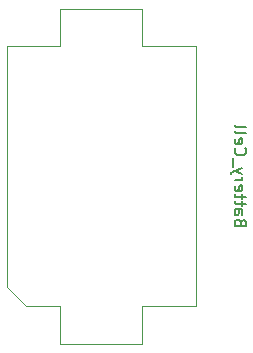
<source format=gbr>
%TF.GenerationSoftware,KiCad,Pcbnew,(5.1.10)-1*%
%TF.CreationDate,2021-12-27T13:21:28+01:00*%
%TF.ProjectId,LORA_ATTINY_v3,4c4f5241-5f41-4545-9449-4e595f76332e,rev?*%
%TF.SameCoordinates,Original*%
%TF.FileFunction,Other,Fab,Bot*%
%FSLAX46Y46*%
G04 Gerber Fmt 4.6, Leading zero omitted, Abs format (unit mm)*
G04 Created by KiCad (PCBNEW (5.1.10)-1) date 2021-12-27 13:21:28*
%MOMM*%
%LPD*%
G01*
G04 APERTURE LIST*
%ADD10C,0.100000*%
%ADD11C,0.150000*%
G04 APERTURE END LIST*
D10*
%TO.C,BAT1*%
X62866000Y-49960000D02*
X62866000Y-70360000D01*
X78866000Y-49960000D02*
X78866000Y-71960000D01*
X62866000Y-49960000D02*
X67366000Y-49960000D01*
X78866000Y-49960000D02*
X74366000Y-49960000D01*
X78866000Y-71960000D02*
X74366000Y-71960000D01*
X64466000Y-71960000D02*
X67366000Y-71960000D01*
X67366000Y-71960000D02*
X67366000Y-75160000D01*
X67366000Y-75160000D02*
X74366000Y-75160000D01*
X74366000Y-75160000D02*
X74366000Y-71960000D01*
X67366000Y-49960000D02*
X67366000Y-46760000D01*
X67366000Y-46760000D02*
X74366000Y-46760000D01*
X74366000Y-46760000D02*
X74366000Y-49960000D01*
X62866000Y-70360000D02*
X64466000Y-71960000D01*
%TD*%
%TO.C,BAT1*%
D11*
X82687428Y-64864761D02*
X82639809Y-64721904D01*
X82592190Y-64674285D01*
X82496952Y-64626666D01*
X82354095Y-64626666D01*
X82258857Y-64674285D01*
X82211238Y-64721904D01*
X82163619Y-64817142D01*
X82163619Y-65198095D01*
X83163619Y-65198095D01*
X83163619Y-64864761D01*
X83116000Y-64769523D01*
X83068380Y-64721904D01*
X82973142Y-64674285D01*
X82877904Y-64674285D01*
X82782666Y-64721904D01*
X82735047Y-64769523D01*
X82687428Y-64864761D01*
X82687428Y-65198095D01*
X82163619Y-63769523D02*
X82687428Y-63769523D01*
X82782666Y-63817142D01*
X82830285Y-63912380D01*
X82830285Y-64102857D01*
X82782666Y-64198095D01*
X82211238Y-63769523D02*
X82163619Y-63864761D01*
X82163619Y-64102857D01*
X82211238Y-64198095D01*
X82306476Y-64245714D01*
X82401714Y-64245714D01*
X82496952Y-64198095D01*
X82544571Y-64102857D01*
X82544571Y-63864761D01*
X82592190Y-63769523D01*
X82830285Y-63436190D02*
X82830285Y-63055238D01*
X83163619Y-63293333D02*
X82306476Y-63293333D01*
X82211238Y-63245714D01*
X82163619Y-63150476D01*
X82163619Y-63055238D01*
X82830285Y-62864761D02*
X82830285Y-62483809D01*
X83163619Y-62721904D02*
X82306476Y-62721904D01*
X82211238Y-62674285D01*
X82163619Y-62579047D01*
X82163619Y-62483809D01*
X82211238Y-61769523D02*
X82163619Y-61864761D01*
X82163619Y-62055238D01*
X82211238Y-62150476D01*
X82306476Y-62198095D01*
X82687428Y-62198095D01*
X82782666Y-62150476D01*
X82830285Y-62055238D01*
X82830285Y-61864761D01*
X82782666Y-61769523D01*
X82687428Y-61721904D01*
X82592190Y-61721904D01*
X82496952Y-62198095D01*
X82163619Y-61293333D02*
X82830285Y-61293333D01*
X82639809Y-61293333D02*
X82735047Y-61245714D01*
X82782666Y-61198095D01*
X82830285Y-61102857D01*
X82830285Y-61007619D01*
X82830285Y-60769523D02*
X82163619Y-60531428D01*
X82830285Y-60293333D02*
X82163619Y-60531428D01*
X81925523Y-60626666D01*
X81877904Y-60674285D01*
X81830285Y-60769523D01*
X82068380Y-60150476D02*
X82068380Y-59388571D01*
X82258857Y-58579047D02*
X82211238Y-58626666D01*
X82163619Y-58769523D01*
X82163619Y-58864761D01*
X82211238Y-59007619D01*
X82306476Y-59102857D01*
X82401714Y-59150476D01*
X82592190Y-59198095D01*
X82735047Y-59198095D01*
X82925523Y-59150476D01*
X83020761Y-59102857D01*
X83116000Y-59007619D01*
X83163619Y-58864761D01*
X83163619Y-58769523D01*
X83116000Y-58626666D01*
X83068380Y-58579047D01*
X82211238Y-57769523D02*
X82163619Y-57864761D01*
X82163619Y-58055238D01*
X82211238Y-58150476D01*
X82306476Y-58198095D01*
X82687428Y-58198095D01*
X82782666Y-58150476D01*
X82830285Y-58055238D01*
X82830285Y-57864761D01*
X82782666Y-57769523D01*
X82687428Y-57721904D01*
X82592190Y-57721904D01*
X82496952Y-58198095D01*
X82163619Y-57150476D02*
X82211238Y-57245714D01*
X82306476Y-57293333D01*
X83163619Y-57293333D01*
X82163619Y-56626666D02*
X82211238Y-56721904D01*
X82306476Y-56769523D01*
X83163619Y-56769523D01*
%TD*%
M02*

</source>
